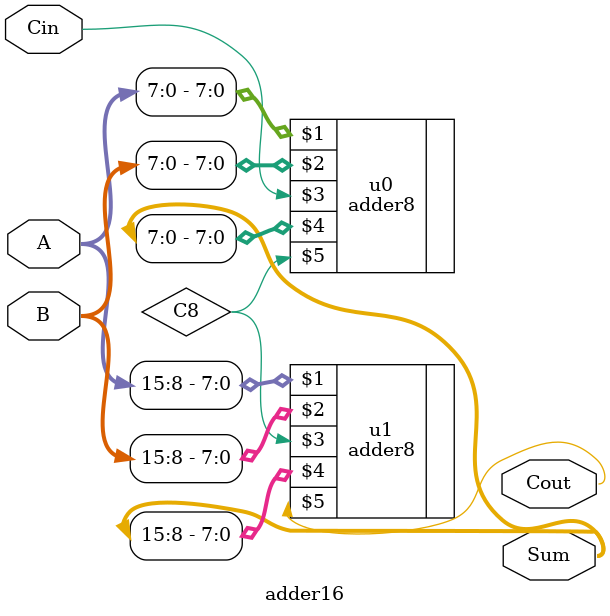
<source format=v>
module adder16 (
    input  [15:0] A,
    input  [15:0] B,
    input         Cin,
    output [15:0] Sum,
    output        Cout
);
    wire C8;

    adder8 u0 (A[7:0],   B[7:0],   Cin, Sum[7:0],   C8);
    adder8 u1 (A[15:8],  B[15:8],  C8,  Sum[15:8],  Cout);
endmodule

</source>
